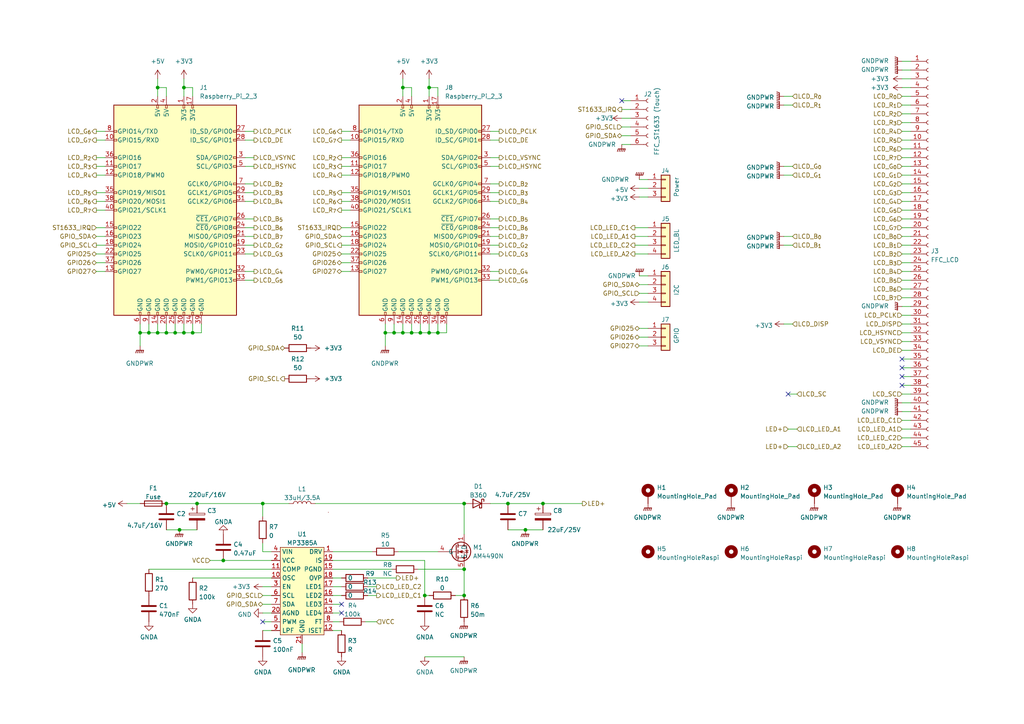
<source format=kicad_sch>
(kicad_sch (version 20211123) (generator eeschema)
  (paper "A4")
  (title_block (title "Helios-Display Adapter (RPi)") (date "2022-05-31") (rev "5") (company "morlac.de"))
  (junction (at 114.3 96.52))
  (junction (at 45.72 25.4))
  (junction (at 57.15 146.05))
  (junction (at 134.62 172.72))
  (junction (at 55.88 96.52))
  (junction (at 124.46 25.4))
  (junction (at 134.62 146.05))
  (junction (at 123.19 172.72))
  (junction (at 52.07 153.67))
  (junction (at 152.4 153.67))
  (junction (at 76.2 146.05))
  (junction (at 64.77 162.56))
  (junction (at 43.18 96.52))
  (junction (at 124.46 96.52))
  (junction (at 53.34 25.4))
  (junction (at 116.84 96.52))
  (junction (at 119.38 96.52))
  (junction (at 111.76 96.52))
  (junction (at 50.8 96.52))
  (junction (at 45.72 96.52))
  (junction (at 157.48 146.05))
  (junction (at 48.26 146.05))
  (junction (at 121.92 96.52))
  (junction (at 116.84 25.4))
  (junction (at 53.34 96.52))
  (junction (at 147.32 146.05))
  (junction (at 40.64 96.52))
  (junction (at 127 96.52))
  (junction (at 48.26 96.52))
  (junction (at 134.62 165.1))
  (no_connect (at 261.62 111.76))
  (no_connect (at 261.62 104.14))
  (no_connect (at 261.62 106.68))
  (no_connect (at 261.62 109.22))
  (no_connect (at 228.6 114.3))
  (no_connect (at 99.06 175.26))
  (no_connect (at 99.06 177.8))
  (no_connect (at 180.34 29.21))
  (no_connect (at 76.2 180.34))
  (wire (pts (xy 228.6 124.46) (xy 231.14 124.46)))
  (wire (pts (xy 184.15 71.12) (xy 187.96 71.12)))
  (wire (pts (xy 71.12 66.04) (xy 73.66 66.04)))
  (wire (pts (xy 261.62 40.64) (xy 264.16 40.64)))
  (wire (pts (xy 134.62 165.1) (xy 134.62 172.72)))
  (wire (pts (xy 27.94 40.64) (xy 30.48 40.64)))
  (wire (pts (xy 227.33 68.58) (xy 229.87 68.58)))
  (wire (pts (xy 40.64 93.98) (xy 40.64 96.52)))
  (wire (pts (xy 261.62 71.12) (xy 264.16 71.12)))
  (wire (pts (xy 187.96 85.09) (xy 185.42 85.09)))
  (wire (pts (xy 180.34 29.21) (xy 182.88 29.21)))
  (wire (pts (xy 99.06 175.26) (xy 96.52 175.26)))
  (wire (pts (xy 27.94 71.12) (xy 30.48 71.12)))
  (wire (pts (xy 261.62 106.68) (xy 264.16 106.68)))
  (wire (pts (xy 43.18 93.98) (xy 43.18 96.52)))
  (wire (pts (xy 27.94 48.26) (xy 30.48 48.26)))
  (wire (pts (xy 227.33 50.8) (xy 229.87 50.8)))
  (wire (pts (xy 261.62 48.26) (xy 264.16 48.26)))
  (wire (pts (xy 261.62 68.58) (xy 264.16 68.58)))
  (wire (pts (xy 116.84 25.4) (xy 116.84 27.94)))
  (wire (pts (xy 187.96 97.79) (xy 185.42 97.79)))
  (wire (pts (xy 261.62 43.18) (xy 264.16 43.18)))
  (wire (pts (xy 261.62 101.6) (xy 264.16 101.6)))
  (wire (pts (xy 119.38 93.98) (xy 119.38 96.52)))
  (wire (pts (xy 264.16 119.38) (xy 261.62 119.38)))
  (wire (pts (xy 261.62 91.44) (xy 264.16 91.44)))
  (wire (pts (xy 116.84 96.52) (xy 119.38 96.52)))
  (wire (pts (xy 27.94 76.2) (xy 30.48 76.2)))
  (wire (pts (xy 53.34 22.86) (xy 53.34 25.4)))
  (wire (pts (xy 106.68 170.18) (xy 109.22 170.18)))
  (wire (pts (xy 45.72 96.52) (xy 48.26 96.52)))
  (wire (pts (xy 27.94 68.58) (xy 30.48 68.58)))
  (wire (pts (xy 27.94 55.88) (xy 30.48 55.88)))
  (wire (pts (xy 96.52 160.02) (xy 107.95 160.02)))
  (wire (pts (xy 99.06 60.96) (xy 101.6 60.96)))
  (wire (pts (xy 261.62 35.56) (xy 264.16 35.56)))
  (wire (pts (xy 71.12 78.74) (xy 73.66 78.74)))
  (wire (pts (xy 119.38 27.94) (xy 119.38 25.4)))
  (wire (pts (xy 142.24 38.1) (xy 144.78 38.1)))
  (wire (pts (xy 142.24 58.42) (xy 144.78 58.42)))
  (wire (pts (xy 71.12 55.88) (xy 73.66 55.88)))
  (wire (pts (xy 261.62 127) (xy 264.16 127)))
  (wire (pts (xy 71.12 48.26) (xy 73.66 48.26)))
  (wire (pts (xy 76.2 146.05) (xy 83.82 146.05)))
  (wire (pts (xy 142.24 48.26) (xy 144.78 48.26)))
  (wire (pts (xy 261.62 88.9) (xy 264.16 88.9)))
  (wire (pts (xy 57.15 146.05) (xy 76.2 146.05)))
  (wire (pts (xy 57.15 153.67) (xy 52.07 153.67)))
  (wire (pts (xy 116.84 22.86) (xy 116.84 25.4)))
  (wire (pts (xy 129.54 93.98) (xy 129.54 96.52)))
  (wire (pts (xy 142.24 81.28) (xy 144.78 81.28)))
  (wire (pts (xy 99.06 71.12) (xy 101.6 71.12)))
  (wire (pts (xy 261.62 93.98) (xy 264.16 93.98)))
  (wire (pts (xy 142.24 63.5) (xy 144.78 63.5)))
  (wire (pts (xy 50.8 93.98) (xy 50.8 96.52)))
  (wire (pts (xy 124.46 172.72) (xy 123.19 172.72)))
  (wire (pts (xy 99.06 76.2) (xy 101.6 76.2)))
  (wire (pts (xy 124.46 96.52) (xy 127 96.52)))
  (wire (pts (xy 142.24 68.58) (xy 144.78 68.58)))
  (wire (pts (xy 185.42 87.63) (xy 187.96 87.63)))
  (wire (pts (xy 185.42 100.33) (xy 187.96 100.33)))
  (wire (pts (xy 71.12 40.64) (xy 73.66 40.64)))
  (wire (pts (xy 261.62 58.42) (xy 264.16 58.42)))
  (wire (pts (xy 261.62 50.8) (xy 264.16 50.8)))
  (wire (pts (xy 40.64 96.52) (xy 43.18 96.52)))
  (wire (pts (xy 261.62 55.88) (xy 264.16 55.88)))
  (wire (pts (xy 152.4 153.67) (xy 147.32 153.67)))
  (wire (pts (xy 111.76 96.52) (xy 114.3 96.52)))
  (wire (pts (xy 48.26 25.4) (xy 45.72 25.4)))
  (wire (pts (xy 261.62 114.3) (xy 264.16 114.3)))
  (wire (pts (xy 43.18 165.1) (xy 78.74 165.1)))
  (wire (pts (xy 132.08 172.72) (xy 134.62 172.72)))
  (wire (pts (xy 48.26 96.52) (xy 50.8 96.52)))
  (wire (pts (xy 123.19 172.72) (xy 123.19 162.56)))
  (wire (pts (xy 27.94 58.42) (xy 30.48 58.42)))
  (wire (pts (xy 182.88 31.75) (xy 180.34 31.75)))
  (wire (pts (xy 101.6 73.66) (xy 99.06 73.66)))
  (wire (pts (xy 261.62 27.94) (xy 264.16 27.94)))
  (wire (pts (xy 127 25.4) (xy 127 27.94)))
  (wire (pts (xy 261.62 129.54) (xy 264.16 129.54)))
  (wire (pts (xy 55.88 96.52) (xy 58.42 96.52)))
  (wire (pts (xy 55.88 93.98) (xy 55.88 96.52)))
  (wire (pts (xy 124.46 25.4) (xy 127 25.4)))
  (wire (pts (xy 99.06 58.42) (xy 101.6 58.42)))
  (wire (pts (xy 261.62 17.78) (xy 264.16 17.78)))
  (wire (pts (xy 76.2 149.86) (xy 76.2 146.05)))
  (wire (pts (xy 27.94 78.74) (xy 30.48 78.74)))
  (wire (pts (xy 180.34 34.29) (xy 182.88 34.29)))
  (wire (pts (xy 180.34 39.37) (xy 182.88 39.37)))
  (wire (pts (xy 116.84 93.98) (xy 116.84 96.52)))
  (wire (pts (xy 124.46 93.98) (xy 124.46 96.52)))
  (wire (pts (xy 261.62 81.28) (xy 264.16 81.28)))
  (wire (pts (xy 142.24 55.88) (xy 144.78 55.88)))
  (wire (pts (xy 99.06 66.04) (xy 101.6 66.04)))
  (wire (pts (xy 142.24 40.64) (xy 144.78 40.64)))
  (wire (pts (xy 123.19 162.56) (xy 96.52 162.56)))
  (wire (pts (xy 127 96.52) (xy 129.54 96.52)))
  (wire (pts (xy 264.16 25.4) (xy 261.62 25.4)))
  (wire (pts (xy 99.06 177.8) (xy 96.52 177.8)))
  (wire (pts (xy 127 160.02) (xy 115.57 160.02)))
  (wire (pts (xy 71.12 58.42) (xy 73.66 58.42)))
  (wire (pts (xy 123.19 190.5) (xy 134.62 190.5)))
  (wire (pts (xy 227.33 93.98) (xy 229.87 93.98)))
  (wire (pts (xy 147.32 146.05) (xy 157.48 146.05)))
  (wire (pts (xy 261.62 104.14) (xy 264.16 104.14)))
  (wire (pts (xy 36.83 146.05) (xy 40.64 146.05)))
  (wire (pts (xy 114.3 96.52) (xy 116.84 96.52)))
  (wire (pts (xy 76.2 170.18) (xy 78.74 170.18)))
  (wire (pts (xy 76.2 172.72) (xy 78.74 172.72)))
  (wire (pts (xy 142.24 66.04) (xy 144.78 66.04)))
  (wire (pts (xy 99.06 68.58) (xy 101.6 68.58)))
  (wire (pts (xy 71.12 68.58) (xy 73.66 68.58)))
  (wire (pts (xy 231.14 129.54) (xy 228.6 129.54)))
  (wire (pts (xy 142.24 45.72) (xy 144.78 45.72)))
  (wire (pts (xy 261.62 83.82) (xy 264.16 83.82)))
  (wire (pts (xy 261.62 96.52) (xy 264.16 96.52)))
  (wire (pts (xy 45.72 25.4) (xy 45.72 27.94)))
  (wire (pts (xy 48.26 146.05) (xy 57.15 146.05)))
  (wire (pts (xy 52.07 153.67) (xy 48.26 153.67)))
  (wire (pts (xy 64.77 162.56) (xy 78.74 162.56)))
  (wire (pts (xy 48.26 93.98) (xy 48.26 96.52)))
  (wire (pts (xy 119.38 96.52) (xy 121.92 96.52)))
  (wire (pts (xy 121.92 93.98) (xy 121.92 96.52)))
  (wire (pts (xy 187.96 73.66) (xy 184.15 73.66)))
  (wire (pts (xy 43.18 96.52) (xy 45.72 96.52)))
  (wire (pts (xy 111.76 93.98) (xy 111.76 96.52)))
  (wire (pts (xy 27.94 50.8) (xy 30.48 50.8)))
  (wire (pts (xy 261.62 53.34) (xy 264.16 53.34)))
  (wire (pts (xy 227.33 30.48) (xy 229.87 30.48)))
  (wire (pts (xy 71.12 53.34) (xy 73.66 53.34)))
  (wire (pts (xy 99.06 48.26) (xy 101.6 48.26)))
  (wire (pts (xy 142.24 53.34) (xy 144.78 53.34)))
  (wire (pts (xy 106.68 167.64) (xy 114.935 167.64)))
  (wire (pts (xy 261.62 109.22) (xy 264.16 109.22)))
  (wire (pts (xy 71.12 73.66) (xy 73.66 73.66)))
  (wire (pts (xy 261.62 30.48) (xy 264.16 30.48)))
  (wire (pts (xy 76.2 175.26) (xy 78.74 175.26)))
  (wire (pts (xy 227.33 71.12) (xy 229.87 71.12)))
  (wire (pts (xy 261.62 38.1) (xy 264.16 38.1)))
  (wire (pts (xy 261.62 33.02) (xy 264.16 33.02)))
  (wire (pts (xy 261.62 22.86) (xy 264.16 22.86)))
  (wire (pts (xy 99.06 45.72) (xy 101.6 45.72)))
  (wire (pts (xy 142.24 73.66) (xy 144.78 73.66)))
  (wire (pts (xy 58.42 93.98) (xy 58.42 96.52)))
  (wire (pts (xy 99.06 172.72) (xy 96.52 172.72)))
  (wire (pts (xy 55.88 167.64) (xy 78.74 167.64)))
  (wire (pts (xy 76.2 180.34) (xy 78.74 180.34)))
  (wire (pts (xy 142.24 71.12) (xy 144.78 71.12)))
  (wire (pts (xy 76.2 160.02) (xy 78.74 160.02)))
  (wire (pts (xy 264.16 20.32) (xy 261.62 20.32)))
  (wire (pts (xy 182.88 41.91) (xy 180.34 41.91)))
  (wire (pts (xy 87.63 189.23) (xy 87.63 186.69)))
  (wire (pts (xy 142.24 146.05) (xy 147.32 146.05)))
  (wire (pts (xy 227.33 27.94) (xy 229.87 27.94)))
  (wire (pts (xy 261.62 76.2) (xy 264.16 76.2)))
  (wire (pts (xy 53.34 25.4) (xy 55.88 25.4)))
  (wire (pts (xy 261.62 60.96) (xy 264.16 60.96)))
  (wire (pts (xy 71.12 45.72) (xy 73.66 45.72)))
  (wire (pts (xy 53.34 27.94) (xy 53.34 25.4)))
  (wire (pts (xy 261.62 99.06) (xy 264.16 99.06)))
  (wire (pts (xy 45.72 22.86) (xy 45.72 25.4)))
  (wire (pts (xy 157.48 146.05) (xy 168.91 146.05)))
  (wire (pts (xy 185.42 82.55) (xy 187.96 82.55)))
  (wire (pts (xy 76.2 182.88) (xy 78.74 182.88)))
  (wire (pts (xy 228.6 114.3) (xy 231.14 114.3)))
  (wire (pts (xy 121.285 165.1) (xy 134.62 165.1)))
  (wire (pts (xy 261.62 121.92) (xy 264.16 121.92)))
  (wire (pts (xy 60.96 162.56) (xy 64.77 162.56)))
  (wire (pts (xy 106.68 172.72) (xy 109.22 172.72)))
  (wire (pts (xy 27.94 60.96) (xy 30.48 60.96)))
  (wire (pts (xy 185.42 54.61) (xy 187.96 54.61)))
  (wire (pts (xy 76.2 177.8) (xy 78.74 177.8)))
  (wire (pts (xy 113.665 165.1) (xy 96.52 165.1)))
  (wire (pts (xy 157.48 153.67) (xy 152.4 153.67)))
  (wire (pts (xy 134.62 154.94) (xy 134.62 146.05)))
  (wire (pts (xy 261.62 116.84) (xy 264.16 116.84)))
  (wire (pts (xy 261.62 78.74) (xy 264.16 78.74)))
  (wire (pts (xy 187.96 68.58) (xy 184.15 68.58)))
  (wire (pts (xy 96.52 170.18) (xy 99.06 170.18)))
  (wire (pts (xy 96.52 182.88) (xy 99.06 182.88)))
  (wire (pts (xy 134.62 146.05) (xy 91.44 146.05)))
  (wire (pts (xy 76.2 157.48) (xy 76.2 160.02)))
  (wire (pts (xy 187.96 80.01) (xy 185.42 80.01)))
  (wire (pts (xy 109.22 180.34) (xy 106.045 180.34)))
  (wire (pts (xy 111.76 96.52) (xy 111.76 100.33)))
  (wire (pts (xy 27.94 38.1) (xy 30.48 38.1)))
  (wire (pts (xy 99.06 55.88) (xy 101.6 55.88)))
  (wire (pts (xy 184.15 66.04) (xy 187.96 66.04)))
  (wire (pts (xy 261.62 124.46) (xy 264.16 124.46)))
  (wire (pts (xy 261.62 111.76) (xy 264.16 111.76)))
  (wire (pts (xy 30.48 73.66) (xy 27.94 73.66)))
  (wire (pts (xy 124.46 27.94) (xy 124.46 25.4)))
  (wire (pts (xy 187.96 52.07) (xy 185.42 52.07)))
  (wire (pts (xy 227.33 48.26) (xy 229.87 48.26)))
  (wire (pts (xy 119.38 25.4) (xy 116.84 25.4)))
  (wire (pts (xy 261.62 45.72) (xy 264.16 45.72)))
  (wire (pts (xy 45.72 93.98) (xy 45.72 96.52)))
  (wire (pts (xy 50.8 96.52) (xy 53.34 96.52)))
  (wire (pts (xy 182.88 36.83) (xy 180.34 36.83)))
  (wire (pts (xy 55.88 25.4) (xy 55.88 27.94)))
  (wire (pts (xy 71.12 81.28) (xy 73.66 81.28)))
  (wire (pts (xy 99.06 78.74) (xy 101.6 78.74)))
  (wire (pts (xy 261.62 73.66) (xy 264.16 73.66)))
  (wire (pts (xy 99.06 40.64) (xy 101.6 40.64)))
  (wire (pts (xy 127 93.98) (xy 127 96.52)))
  (wire (pts (xy 53.34 96.52) (xy 55.88 96.52)))
  (wire (pts (xy 96.52 167.64) (xy 99.06 167.64)))
  (wire (pts (xy 27.94 45.72) (xy 30.48 45.72)))
  (wire (pts (xy 27.94 66.04) (xy 30.48 66.04)))
  (wire (pts (xy 48.26 27.94) (xy 48.26 25.4)))
  (wire (pts (xy 71.12 63.5) (xy 73.66 63.5)))
  (wire (pts (xy 185.42 57.15) (xy 187.96 57.15)))
  (wire (pts (xy 261.62 66.04) (xy 264.16 66.04)))
  (wire (pts (xy 261.62 86.36) (xy 264.16 86.36)))
  (wire (pts (xy 124.46 22.86) (xy 124.46 25.4)))
  (wire (pts (xy 71.12 38.1) (xy 73.66 38.1)))
  (wire (pts (xy 98.425 180.34) (xy 96.52 180.34)))
  (wire (pts (xy 261.62 63.5) (xy 264.16 63.5)))
  (wire (pts (xy 185.42 95.25) (xy 187.96 95.25)))
  (wire (pts (xy 71.12 71.12) (xy 73.66 71.12)))
  (wire (pts (xy 99.06 50.8) (xy 101.6 50.8)))
  (wire (pts (xy 99.06 38.1) (xy 101.6 38.1)))
  (wire (pts (xy 53.34 93.98) (xy 53.34 96.52)))
  (wire (pts (xy 114.3 93.98) (xy 114.3 96.52)))
  (wire (pts (xy 142.24 78.74) (xy 144.78 78.74)))
  (wire (pts (xy 121.92 96.52) (xy 124.46 96.52)))
  (wire (pts (xy 40.64 96.52) (xy 40.64 100.33)))
  (hierarchical_label "LCD_B_{7}" (shape output) (at 144.78 68.58 0))
  (hierarchical_label "LCD_SC" (shape input) (at 231.14 114.3 0))
  (hierarchical_label "LCD_B_{5}" (shape output) (at 144.78 63.5 0))
  (hierarchical_label "LCD_R_{3}" (shape output) (at 27.94 48.26 180))
  (hierarchical_label "GPIO25" (shape bidirectional) (at 185.42 95.25 180))
  (hierarchical_label "ST1633_IRQ" (shape input) (at 27.94 66.04 180))
  (hierarchical_label "LCD_PCLK" (shape output) (at 73.66 38.1 0))
  (hierarchical_label "LCD_B_{5}" (shape output) (at 73.66 63.5 0))
  (hierarchical_label "LCD_LED_C1" (shape output) (at 184.15 66.04 180))
  (hierarchical_label "LED+" (shape output) (at 114.935 167.64 0))
  (hierarchical_label "LCD_B_{2}" (shape output) (at 144.78 53.34 0))
  (hierarchical_label "LCD_R_{3}" (shape input) (at 261.62 35.56 180))
  (hierarchical_label "LCD_B_{4}" (shape output) (at 144.78 58.42 0))
  (hierarchical_label "LCD_G_{2}" (shape input) (at 261.62 53.34 180))
  (hierarchical_label "LCD_B_{0}" (shape input) (at 261.62 68.58 180))
  (hierarchical_label "GPIO_SCL" (shape output) (at 82.55 109.855 180))
  (hierarchical_label "LCD_G_{5}" (shape output) (at 73.66 81.28 0))
  (hierarchical_label "LCD_R_{3}" (shape output) (at 99.06 48.26 180))
  (hierarchical_label "LCD_DE" (shape output) (at 73.66 40.64 0))
  (hierarchical_label "GPIO_SCL" (shape input) (at 76.2 172.72 180))
  (hierarchical_label "LCD_G_{7}" (shape input) (at 261.62 66.04 180))
  (hierarchical_label "LCD_G_{3}" (shape output) (at 144.78 73.66 0))
  (hierarchical_label "LCD_LED_C2" (shape output) (at 184.15 71.12 180))
  (hierarchical_label "LCD_DISP" (shape input) (at 229.87 93.98 0))
  (hierarchical_label "LCD_HSYNC" (shape output) (at 73.66 48.26 0))
  (hierarchical_label "LCD_B_{0}" (shape input) (at 229.87 68.58 0))
  (hierarchical_label "GPIO_SCL" (shape output) (at 99.06 71.12 180))
  (hierarchical_label "LCD_LED_A1" (shape output) (at 184.15 68.58 180))
  (hierarchical_label "LCD_G_{7}" (shape output) (at 99.06 40.64 180))
  (hierarchical_label "GPIO25" (shape bidirectional) (at 27.94 73.66 180))
  (hierarchical_label "LCD_SC" (shape input) (at 261.62 114.3 180))
  (hierarchical_label "LCD_G_{3}" (shape output) (at 73.66 73.66 0))
  (hierarchical_label "LCD_B_{2}" (shape input) (at 261.62 73.66 180))
  (hierarchical_label "LCD_R_{6}" (shape output) (at 27.94 58.42 180))
  (hierarchical_label "LCD_B_{6}" (shape output) (at 73.66 66.04 0))
  (hierarchical_label "VCC" (shape input) (at 60.96 162.56 180))
  (hierarchical_label "LCD_B_{3}" (shape output) (at 73.66 55.88 0))
  (hierarchical_label "LCD_R_{0}" (shape input) (at 261.62 27.94 180))
  (hierarchical_label "LED+" (shape output) (at 168.91 146.05 0))
  (hierarchical_label "LCD_LED_A2" (shape output) (at 184.15 73.66 180))
  (hierarchical_label "LCD_G_{5}" (shape output) (at 144.78 81.28 0))
  (hierarchical_label "LCD_LED_C1" (shape input) (at 261.62 121.92 180))
  (hierarchical_label "LCD_B_{2}" (shape output) (at 73.66 53.34 0))
  (hierarchical_label "LCD_B_{6}" (shape input) (at 261.62 83.82 180))
  (hierarchical_label "LCD_G_{0}" (shape input) (at 229.87 48.26 0))
  (hierarchical_label "LCD_B_{4}" (shape output) (at 73.66 58.42 0))
  (hierarchical_label "LCD_VSYNC" (shape output) (at 73.66 45.72 0))
  (hierarchical_label "LCD_LED_C1" (shape output) (at 109.22 172.72 0))
  (hierarchical_label "LCD_R_{6}" (shape input) (at 261.62 43.18 180))
  (hierarchical_label "LCD_DE" (shape output) (at 144.78 40.64 0))
  (hierarchical_label "LCD_G_{2}" (shape output) (at 73.66 71.12 0))
  (hierarchical_label "LCD_G_{1}" (shape input) (at 261.62 50.8 180))
  (hierarchical_label "LCD_PCLK" (shape output) (at 144.78 38.1 0))
  (hierarchical_label "LCD_B_{7}" (shape output) (at 73.66 68.58 0))
  (hierarchical_label "GPIO26" (shape bidirectional) (at 27.94 76.2 180))
  (hierarchical_label "LCD_G_{6}" (shape output) (at 99.06 38.1 180))
  (hierarchical_label "LCD_G_{3}" (shape input) (at 261.62 55.88 180))
  (hierarchical_label "LCD_DE" (shape input) (at 261.62 101.6 180))
  (hierarchical_label "LCD_VSYNC" (shape output) (at 144.78 45.72 0))
  (hierarchical_label "LCD_R_{5}" (shape input) (at 261.62 40.64 180))
  (hierarchical_label "LCD_R_{1}" (shape input) (at 261.62 30.48 180))
  (hierarchical_label "LCD_B_{5}" (shape input) (at 261.62 81.28 180))
  (hierarchical_label "LCD_VSYNC" (shape input) (at 261.62 99.06 180))
  (hierarchical_label "LCD_B_{1}" (shape input) (at 229.87 71.12 0))
  (hierarchical_label "LCD_R_{4}" (shape output) (at 99.06 50.8 180))
  (hierarchical_label "LCD_R_{4}" (shape input) (at 261.62 38.1 180))
  (hierarchical_label "GPIO25" (shape bidirectional) (at 99.06 73.66 180))
  (hierarchical_label "LCD_HSYNC" (shape input) (at 261.62 96.52 180))
  (hierarchical_label "LCD_LED_C2" (shape input) (at 261.62 127 180))
  (hierarchical_label "LCD_R_{7}" (shape output) (at 99.06 60.96 180))
  (hierarchical_label "LCD_G_{4}" (shape input) (at 261.62 58.42 180))
  (hierarchical_label "LCD_R_{4}" (shape output) (at 27.94 50.8 180))
  (hierarchical_label "LCD_R_{7}" (shape output) (at 27.94 60.96 180))
  (hierarchical_label "LCD_R_{2}" (shape output) (at 27.94 45.72 180))
  (hierarchical_label "LCD_G_{1}" (shape input) (at 229.87 50.8 0))
  (hierarchical_label "LCD_LED_C2" (shape output) (at 109.22 170.18 0))
  (hierarchical_label "LCD_G_{4}" (shape output) (at 73.66 78.74 0))
  (hierarchical_label "LCD_G_{7}" (shape output) (at 27.94 40.64 180))
  (hierarchical_label "LCD_R_{2}" (shape input) (at 261.62 33.02 180))
  (hierarchical_label "LCD_G_{4}" (shape output) (at 144.78 78.74 0))
  (hierarchical_label "GPIO27" (shape bidirectional) (at 99.06 78.74 180))
  (hierarchical_label "GPIO_SDA" (shape bidirectional) (at 99.06 68.58 180))
  (hierarchical_label "LCD_DISP" (shape input) (at 261.62 93.98 180))
  (hierarchical_label "LCD_LED_A2" (shape input) (at 261.62 129.54 180))
  (hierarchical_label "LCD_LED_A1" (shape input) (at 261.62 124.46 180))
  (hierarchical_label "LCD_R_{5}" (shape output) (at 99.06 55.88 180))
  (hierarchical_label "LED+" (shape input) (at 228.6 124.46 180))
  (hierarchical_label "LCD_R_{5}" (shape output) (at 27.94 55.88 180))
  (hierarchical_label "GPIO27" (shape bidirectional) (at 185.42 100.33 180))
  (hierarchical_label "LCD_R_{0}" (shape input) (at 229.87 27.94 0))
  (hierarchical_label "LCD_G_{0}" (shape input) (at 261.62 48.26 180))
  (hierarchical_label "LCD_R_{6}" (shape output) (at 99.06 58.42 180))
  (hierarchical_label "GPIO_SDA" (shape bidirectional) (at 27.94 68.58 180))
  (hierarchical_label "GPIO_SDA" (shape bidirectional) (at 185.42 82.55 180))
  (hierarchical_label "LCD_B_{1}" (shape input) (at 261.62 71.12 180))
  (hierarchical_label "GPIO26" (shape bidirectional) (at 185.42 97.79 180))
  (hierarchical_label "LCD_R_{7}" (shape input) (at 261.62 45.72 180))
  (hierarchical_label "LED+" (shape input) (at 228.6 129.54 180))
  (hierarchical_label "GPIO_SDA" (shape bidirectional) (at 82.55 100.965 180))
  (hierarchical_label "ST1633_IRQ" (shape input) (at 99.06 66.04 180))
  (hierarchical_label "GPIO27" (shape bidirectional) (at 27.94 78.74 180))
  (hierarchical_label "LCD_G_{5}" (shape input) (at 261.62 60.96 180))
  (hierarchical_label "GPIO_SDA" (shape bidirectional) (at 180.34 39.37 180))
  (hierarchical_label "LCD_B_{3}" (shape output) (at 144.78 55.88 0))
  (hierarchical_label "ST1633_IRQ" (shape output) (at 180.34 31.75 180))
  (hierarchical_label "LCD_B_{4}" (shape input) (at 261.62 78.74 180))
  (hierarchical_label "LCD_G_{2}" (shape output) (at 144.78 71.12 0))
  (hierarchical_label "LCD_G_{6}" (shape output) (at 27.94 38.1 180))
  (hierarchical_label "GPIO_SCL" (shape input) (at 185.42 85.09 180))
  (hierarchical_label "LCD_B_{7}" (shape input) (at 261.62 86.36 180))
  (hierarchical_label "GPIO26" (shape bidirectional) (at 99.06 76.2 180))
  (hierarchical_label "GPIO_SCL" (shape input) (at 180.34 36.83 180))
  (hierarchical_label "VCC" (shape input) (at 109.22 180.34 0))
  (hierarchical_label "GPIO_SCL" (shape output) (at 27.94 71.12 180))
  (hierarchical_label "LCD_B_{6}" (shape output) (at 144.78 66.04 0))
  (hierarchical_label "LCD_HSYNC" (shape output) (at 144.78 48.26 0))
  (hierarchical_label "LCD_LED_A2" (shape input) (at 231.14 129.54 0))
  (hierarchical_label "LCD_G_{6}" (shape input) (at 261.62 63.5 180))
  (hierarchical_label "LCD_LED_A1" (shape input) (at 231.14 124.46 0))
  (hierarchical_label "LCD_R_{2}" (shape output) (at 99.06 45.72 180))
  (hierarchical_label "LCD_PCLK" (shape input) (at 261.62 91.44 180))
  (hierarchical_label "LCD_R_{1}" (shape input) (at 229.87 30.48 0))
  (hierarchical_label "GPIO_SDA" (shape bidirectional) (at 76.2 175.26 180))
  (hierarchical_label "LCD_B_{3}" (shape input) (at 261.62 76.2 180))
  (symbol (lib_id "Connector:Conn_01x45_Female") (at 269.24 66.04 0) (unit 1)
    (property "Reference" "J3" (at 269.9512 72.8253 0) (effects (justify left)))
    (property "Value" "FFC_LCD" (at 269.9512 75.3622 0) (effects (justify left)))
    (property "Footprint" "Connector_FFC-FPC:Hirose_FH12-45S-0.5SH_1x45-1MP_P0.50mm_Horizontal" (effects hide))
  )
  (symbol (lib_id "Mechanical:MountingHole") (at 212.09 160.02 0) (unit 1)
    (property "Reference" "H6" (at 214.63 159.1853 0) (effects (justify left)))
    (property "Value" "MountingHoleRaspi" (at 214.63 161.7222 0) (effects (justify left)))
    (property "Footprint" "MountingHole:MountingHole_2.5mm" (effects hide))
  )
  (symbol (lib_id "Device:C_Polarized") (at 157.48 149.86 0) (unit 1)
    (property "Reference" "C8" (at 160.401 148.1363 0) (effects (justify left)))
    (property "Value" "22uF/25V" (at 158.75 153.67 0) (effects (justify left)))
    (property "Footprint" "Capacitor_SMD:CP_Elec_6.3x3" (effects hide))
  )
  (symbol (lib_id "power:GNDA") (at 55.88 175.26 0) (unit 1)
    (property "Reference" "#PWR0137" (effects hide))
    (property "Value" "GNDA" (at 55.88 179.7034 0))
  )
  (symbol (lib_id "power:GNDA") (at 43.18 180.34 0) (unit 1)
    (property "Reference" "#PWR0136" (effects hide))
    (property "Value" "GNDA" (at 43.18 184.7834 0))
  )
  (symbol (lib_id "Device:R") (at 102.87 172.72 90) (unit 1)
    (property "Reference" "R14" (at 107.315 171.45 90))
    (property "Value" "0" (at 101.6 172.72 90))
    (property "Footprint" "Resistor_SMD:R_0603_1608Metric_Pad0.98x0.95mm_HandSolder" (effects hide))
  )
  (symbol (lib_id "power:GNDPWR") (at 261.62 119.38 270) (unit 1)
    (property "Reference" "#PWR0112" (effects hide))
    (property "Value" "GNDPWR" (at 257.81 119.2529 90) (effects (justify right)))
  )
  (symbol (lib_id "Device:C") (at 64.77 158.75 0) (unit 1)
    (property "Reference" "C4" (at 67.691 157.9153 0) (effects (justify left)))
    (property "Value" "0.47uF" (at 67.691 160.4522 0) (effects (justify left)))
    (property "Footprint" "Capacitor_SMD:C_0805_2012Metric_Pad1.18x1.45mm_HandSolder" (effects hide))
  )
  (symbol (lib_id "power:+3V3") (at 227.33 93.98 90) (unit 1)
    (property "Reference" "#PWR0113" (effects hide))
    (property "Value" "+3V3" (at 224.155 94.4138 90) (effects (justify left)))
  )
  (symbol (lib_id "Mechanical:MountingHole") (at 260.35 160.02 0) (unit 1)
    (property "Reference" "H8" (at 262.89 159.1853 0) (effects (justify left)))
    (property "Value" "MountingHoleRaspi" (at 262.89 161.7222 0) (effects (justify left)))
    (property "Footprint" "MountingHole:MountingHole_2.5mm" (effects hide))
  )
  (symbol (lib_id "Device:R") (at 102.87 167.64 90) (unit 1)
    (property "Reference" "R9" (at 107.315 166.37 90))
    (property "Value" "0" (at 101.6 167.64 90))
    (property "Footprint" "Resistor_SMD:R_0603_1608Metric_Pad0.98x0.95mm_HandSolder" (effects hide))
  )
  (symbol (lib_id "power:GNDPWR") (at 180.34 41.91 0) (unit 1)
    (property "Reference" "#PWR0103" (effects hide))
    (property "Value" "GNDPWR" (at 174.625 41.91 0))
  )
  (symbol (lib_id "power:GNDPWR") (at 261.62 116.84 270) (unit 1)
    (property "Reference" "#PWR0108" (effects hide))
    (property "Value" "GNDPWR" (at 257.81 116.7129 90) (effects (justify right)))
  )
  (symbol (lib_id "power:GNDPWR") (at 227.33 71.12 270) (unit 1)
    (property "Reference" "#PWR0123" (effects hide))
    (property "Value" "GNDPWR" (at 224.5615 71.4268 90) (effects (justify right)))
  )
  (symbol (lib_id "Device:R") (at 102.235 180.34 270) (unit 1)
    (property "Reference" "R4" (at 102.235 175.6242 90))
    (property "Value" "100k" (at 102.235 178.1611 90))
    (property "Footprint" "Resistor_SMD:R_0603_1608Metric_Pad0.98x0.95mm_HandSolder" (effects hide))
  )
  (symbol (lib_id "power:GNDPWR") (at 52.07 153.67 0) (unit 1)
    (property "Reference" "#PWR0139" (effects hide))
    (property "Value" "GNDPWR" (at 51.943 157.707 0))
  )
  (symbol (lib_id "power:GNDPWR") (at 134.62 180.34 0) (unit 1)
    (property "Reference" "#PWR0131" (effects hide))
    (property "Value" "GNDPWR" (at 134.493 184.377 0))
  )
  (symbol (lib_id "power:GNDPWR") (at 185.42 52.07 180) (unit 1)
    (property "Reference" "#PWR0114" (effects hide))
    (property "Value" "GNDPWR" (at 178.435 52.07 0))
  )
  (symbol (lib_id "power:+3V3") (at 185.42 57.15 90) (unit 1)
    (property "Reference" "#PWR0128" (effects hide))
    (property "Value" "+3V3" (at 182.245 57.5838 90) (effects (justify left)))
  )
  (symbol (lib_id "power:GNDPWR") (at 87.63 189.23 0) (unit 1)
    (property "Reference" "#PWR0129" (effects hide))
    (property "Value" "GNDPWR" (at 87.503 194.31 0))
  )
  (symbol (lib_id "Device:L") (at 87.63 146.05 90) (unit 1)
    (property "Reference" "L1" (at 87.63 141.8422 90))
    (property "Value" "33uH{slash}3.5A" (at 87.63 144.3791 90))
    (property "Footprint" "Inductor_SMD:L_12x12mm_H8mm" (effects hide))
    (property "Datasheet" "https://www.we-online.com/katalog/datasheet/744770133.pdf" (effects hide))
  )
  (symbol (lib_id "power:GNDPWR") (at 227.33 48.26 270) (unit 1)
    (property "Reference" "#PWR0124" (effects hide))
    (property "Value" "GNDPWR" (at 224.5615 48.5668 90) (effects (justify right)))
  )
  (symbol (lib_id "power:+3V3") (at 180.34 34.29 90) (unit 1)
    (property "Reference" "#PWR0102" (effects hide))
    (property "Value" "+3V3" (at 175.26 34.29 90))
  )
  (symbol (lib_id "power:GNDA") (at 123.19 190.5 0) (unit 1)
    (property "Reference" "#PWR0144" (effects hide))
    (property "Value" "GNDA" (at 123.19 194.9434 0))
  )
  (symbol (lib_id "Connector_Generic:Conn_01x03") (at 193.04 54.61 0) (unit 1)
    (property "Reference" "J4" (at 191.77 49.53 0) (effects (justify left)))
    (property "Value" "Power" (at 196.215 57.15 90) (effects (justify left)))
    (property "Footprint" "Connector_PinHeader_2.54mm:PinHeader_1x03_P2.54mm_Vertical" (effects hide))
  )
  (symbol (lib_id "power:GNDPWR") (at 236.22 146.05 0) (unit 1)
    (property "Reference" "#PWR0119" (effects hide))
    (property "Value" "GNDPWR" (at 236.093 150.087 0))
  )
  (symbol (lib_id "Device:R") (at 128.27 172.72 90) (unit 1)
    (property "Reference" "R10" (at 128.27 168.0042 90))
    (property "Value" "0" (at 128.27 170.5411 90))
    (property "Footprint" "Resistor_SMD:R_0603_1608Metric_Pad0.98x0.95mm_HandSolder" (effects hide))
  )
  (symbol (lib_id "power:GNDPWR") (at 261.62 88.9 270) (unit 1)
    (property "Reference" "#PWR0109" (effects hide))
    (property "Value" "GNDPWR" (at 257.81 88.7729 90) (effects (justify right)))
  )
  (symbol (lib_id "power:GNDPWR") (at 227.33 68.58 270) (unit 1)
    (property "Reference" "#PWR0122" (effects hide))
    (property "Value" "GNDPWR" (at 224.5615 68.8868 90) (effects (justify right)))
  )
  (symbol (lib_id "Helios-Display:AM4490N") (at 133.35 160.02 0) (unit 1)
    (property "Reference" "M1" (at 137.16 158.75 0) (effects (justify left)))
    (property "Value" "AM4490N" (at 137.16 161.29 0) (effects (justify left)))
    (property "Footprint" "Package_SO:SOIC-8_3.9x4.9mm_P1.27mm" (effects hide))
    (property "Datasheet" "https://www.analogpowerinc.com/datasheet.php?data1=DS_AM4490N_1A_2" (effects hide))
  )
  (symbol (lib_id "Mechanical:MountingHole_Pad") (at 236.22 143.51 0) (unit 1)
    (property "Reference" "H3" (at 238.76 141.4053 0) (effects (justify left)))
    (property "Value" "MountingHole_Pad" (at 238.76 143.9422 0) (effects (justify left)))
    (property "Footprint" "MountingHole:MountingHole_3mm_Pad_Via" (effects hide))
  )
  (symbol (lib_id "power:GNDPWR") (at 134.62 190.5 0) (unit 1)
    (property "Reference" "#PWR0135" (effects hide))
    (property "Value" "GNDPWR" (at 134.493 194.537 0))
  )
  (symbol (lib_id "power:GNDA") (at 123.19 180.34 0) (unit 1)
    (property "Reference" "#PWR0142" (effects hide))
    (property "Value" "GNDA" (at 123.19 184.7834 0))
  )
  (symbol (lib_id "power:+5V") (at 36.83 146.05 90) (unit 1)
    (property "Reference" "#PWR01" (effects hide))
    (property "Value" "+5V" (at 33.6551 146.4838 90) (effects (justify left)))
  )
  (symbol (lib_id "power:+5V") (at 116.84 22.86 0) (unit 1)
    (property "Reference" "#PWR0134" (effects hide))
    (property "Value" "+5V" (at 116.84 17.78 0))
  )
  (symbol (lib_id "Device:R") (at 86.36 109.855 90) (unit 1)
    (property "Reference" "R12" (at 86.36 104.14 90))
    (property "Value" "50" (at 86.36 106.68 90))
    (property "Footprint" "Resistor_SMD:R_0603_1608Metric_Pad0.98x0.95mm_HandSolder" (effects hide))
  )
  (symbol (lib_id "Device:R") (at 111.76 160.02 90) (unit 1)
    (property "Reference" "R5" (at 111.76 155.3042 90))
    (property "Value" "10" (at 111.76 157.8411 90))
    (property "Footprint" "Resistor_SMD:R_0603_1608Metric_Pad0.98x0.95mm_HandSolder" (effects hide))
  )
  (symbol (lib_id "power:GNDPWR") (at 152.4 153.67 0) (unit 1)
    (property "Reference" "#PWR0130" (effects hide))
    (property "Value" "GNDPWR" (at 152.273 157.707 0))
  )
  (symbol (lib_id "Device:R") (at 86.36 100.965 90) (unit 1)
    (property "Reference" "R11" (at 86.36 95.25 90))
    (property "Value" "50" (at 86.36 97.79 90))
    (property "Footprint" "Resistor_SMD:R_0603_1608Metric_Pad0.98x0.95mm_HandSolder" (effects hide))
  )
  (symbol (lib_id "power:+3V3") (at 76.2 170.18 90) (unit 1)
    (property "Reference" "#PWR02" (effects hide))
    (property "Value" "+3V3" (at 67.31 170.18 90) (effects (justify right)))
  )
  (symbol (lib_id "Connector_Generic:Conn_01x03") (at 193.04 97.79 0) (unit 1)
    (property "Reference" "J7" (at 191.77 92.71 0) (effects (justify left)))
    (property "Value" "GPIO" (at 196.215 99.695 90) (effects (justify left)))
    (property "Footprint" "Connector_PinHeader_2.54mm:PinHeader_1x03_P2.54mm_Vertical" (effects hide))
  )
  (symbol (lib_id "power:GNDPWR") (at 40.64 100.33 0) (unit 1)
    (property "Reference" "#PWR0101" (effects hide))
    (property "Value" "GNDPWR" (at 40.513 105.41 0))
  )
  (symbol (lib_id "Device:C") (at 48.26 149.86 0) (unit 1)
    (property "Reference" "C2" (at 51.181 149.0253 0) (effects (justify left)))
    (property "Value" "4.7uF/16V" (at 36.83 152.4 0) (effects (justify left)))
    (property "Footprint" "Capacitor_SMD:C_1210_3225Metric_Pad1.33x2.70mm_HandSolder" (effects hide))
  )
  (symbol (lib_id "Device:C_Polarized") (at 57.15 149.86 0) (unit 1)
    (property "Reference" "C3" (at 60.071 148.1363 0) (effects (justify left)))
    (property "Value" "220uF{slash}16V" (at 54.61 143.51 0) (effects (justify left)))
    (property "Footprint" "Capacitor_SMD:CP_Elec_6.3x3" (effects hide))
    (property "Datasheet" "UCM1C221MCL1GSUCM1C221MCL1GS" (effects hide))
  )
  (symbol (lib_id "Connector:Raspberry_Pi_2_3") (at 50.8 60.96 0) (unit 1)
    (property "Reference" "J1" (at 57.8994 25.4 0) (effects (justify left)))
    (property "Value" "Raspberry_Pi_2_3" (at 57.8994 27.94 0) (effects (justify left)))
    (property "Footprint" "Connector_PinHeader_2.54mm:PinHeader_2x20_P2.54mm_Vertical_SMD" (effects hide))
    (property "Datasheet" "https://www.raspberrypi.org/documentation/hardware/raspberrypi/schematics/rpi_SCH_3bplus_1p0_reduced.pdf" (effects hide))
  )
  (symbol (lib_id "Device:C") (at 76.2 186.69 0) (unit 1)
    (property "Reference" "C5" (at 79.121 185.8553 0) (effects (justify left)))
    (property "Value" "100nF" (at 79.121 188.3922 0) (effects (justify left)))
    (property "Footprint" "Capacitor_SMD:C_0603_1608Metric_Pad1.08x0.95mm_HandSolder" (effects hide))
  )
  (symbol (lib_id "Device:R") (at 55.88 171.45 180) (unit 1)
    (property "Reference" "R2" (at 57.658 170.6153 0) (effects (justify right)))
    (property "Value" "100k" (at 57.658 173.1522 0) (effects (justify right)))
    (property "Footprint" "Resistor_SMD:R_0603_1608Metric_Pad0.98x0.95mm_HandSolder" (effects hide))
  )
  (symbol (lib_id "Mechanical:MountingHole") (at 187.96 160.02 0) (unit 1)
    (property "Reference" "H5" (at 190.5 159.1853 0) (effects (justify left)))
    (property "Value" "MountingHoleRaspi" (at 190.5 161.7222 0) (effects (justify left)))
    (property "Footprint" "MountingHole:MountingHole_2.5mm" (effects hide))
  )
  (symbol (lib_id "power:+5V") (at 45.72 22.86 0) (unit 1)
    (property "Reference" "#PWR0104" (effects hide))
    (property "Value" "+5V" (at 45.72 17.78 0))
  )
  (symbol (lib_id "power:+3V3") (at 90.17 109.855 270) (unit 1)
    (property "Reference" "#PWR04" (effects hide))
    (property "Value" "+3V3" (at 93.98 109.8549 90) (effects (justify left)))
  )
  (symbol (lib_id "power:GNDPWR") (at 212.09 146.05 0) (unit 1)
    (property "Reference" "#PWR0120" (effects hide))
    (property "Value" "GNDPWR" (at 211.963 150.087 0))
  )
  (symbol (lib_id "power:GNDPWR") (at 261.62 17.78 270) (unit 1)
    (property "Reference" "#PWR0106" (effects hide))
    (property "Value" "GNDPWR" (at 257.81 17.6529 90) (effects (justify right)))
  )
  (symbol (lib_id "power:GNDPWR") (at 227.33 50.8 270) (unit 1)
    (property "Reference" "#PWR0125" (effects hide))
    (property "Value" "GNDPWR" (at 224.5615 51.1068 90) (effects (justify right)))
  )
  (symbol (lib_id "Mechanical:MountingHole") (at 236.22 160.02 0) (unit 1)
    (property "Reference" "H7" (at 238.76 159.1853 0) (effects (justify left)))
    (property "Value" "MountingHoleRaspi" (at 238.76 161.7222 0) (effects (justify left)))
    (property "Footprint" "MountingHole:MountingHole_2.5mm" (effects hide))
  )
  (symbol (lib_id "power:GNDPWR") (at 227.33 27.94 270) (unit 1)
    (property "Reference" "#PWR0126" (effects hide))
    (property "Value" "GNDPWR" (at 224.5615 28.2468 90) (effects (justify right)))
  )
  (symbol (lib_id "power:GNDA") (at 99.06 190.5 0) (unit 1)
    (property "Reference" "#PWR0141" (effects hide))
    (property "Value" "GNDA" (at 99.06 194.9434 0))
  )
  (symbol (lib_id "Device:C") (at 147.32 149.86 0) (unit 1)
    (property "Reference" "C7" (at 150.241 149.0253 0) (effects (justify left)))
    (property "Value" "4.7uF/25V" (at 143.51 143.51 0) (effects (justify left)))
    (property "Footprint" "Capacitor_SMD:C_1210_3225Metric_Pad1.33x2.70mm_HandSolder" (effects hide))
  )
  (symbol (lib_id "power:GNDPWR") (at 260.35 146.05 0) (unit 1)
    (property "Reference" "#PWR0118" (effects hide))
    (property "Value" "GNDPWR" (at 260.223 150.087 0))
  )
  (symbol (lib_id "Mechanical:MountingHole_Pad") (at 187.96 143.51 0) (unit 1)
    (property "Reference" "H1" (at 190.5 141.4053 0) (effects (justify left)))
    (property "Value" "MountingHole_Pad" (at 190.5 143.9422 0) (effects (justify left)))
    (property "Footprint" "MountingHole:MountingHole_3mm_Pad_Via" (effects hide))
  )
  (symbol (lib_id "Connector:Conn_01x06_Female") (at 187.96 34.29 0) (unit 1)
    (property "Reference" "J2" (at 186.69 27.305 0) (effects (justify left)))
    (property "Value" "FFC_ST1633 (Touch)" (at 190.5 45.085 90) (effects (justify left)))
    (property "Footprint" "Connector_FFC-FPC:Hirose_FH12-6S-0.5SH_1x06-1MP_P0.50mm_Horizontal" (effects hide))
  )
  (symbol (lib_id "power:GNDPWR") (at 261.62 20.32 270) (unit 1)
    (property "Reference" "#PWR0111" (effects hide))
    (property "Value" "GNDPWR" (at 257.81 20.1929 90) (effects (justify right)))
  )
  (symbol (lib_id "power:GNDPWR") (at 187.96 146.05 0) (unit 1)
    (property "Reference" "#PWR0121" (effects hide))
    (property "Value" "GNDPWR" (at 187.833 150.087 0))
  )
  (symbol (lib_id "power:+3V3") (at 53.34 22.86 0) (unit 1)
    (property "Reference" "#PWR0105" (effects hide))
    (property "Value" "+3V3" (at 53.34 17.78 0))
  )
  (symbol (lib_id "power:GNDPWR") (at 111.76 100.33 0) (unit 1)
    (property "Reference" "#PWR0132" (effects hide))
    (property "Value" "GNDPWR" (at 111.633 105.41 0))
  )
  (symbol (lib_id "power:GND") (at 76.2 177.8 270) (unit 1)
    (property "Reference" "#PWR0138" (effects hide))
    (property "Value" "GND" (at 73.0251 178.2338 90) (effects (justify right)))
  )
  (symbol (lib_id "Device:C") (at 43.18 176.53 0) (unit 1)
    (property "Reference" "C1" (at 46.101 175.6953 0) (effects (justify left)))
    (property "Value" "470nF" (at 46.101 178.2322 0) (effects (justify left)))
    (property "Footprint" "Capacitor_SMD:C_0603_1608Metric_Pad1.08x0.95mm_HandSolder" (effects hide))
  )
  (symbol (lib_id "Device:Fuse") (at 44.45 146.05 90) (unit 1)
    (property "Reference" "F1" (at 44.45 141.5882 90))
    (property "Value" "Fuse" (at 44.45 144.1251 90))
    (property "Footprint" "Fuse:Fuse_1206_3216Metric_Pad1.42x1.75mm_HandSolder" (effects hide))
  )
  (symbol (lib_id "power:+3V3") (at 90.17 100.965 270) (unit 1)
    (property "Reference" "#PWR03" (effects hide))
    (property "Value" "+3V3" (at 93.98 100.9649 90) (effects (justify left)))
  )
  (symbol (lib_id "Device:R") (at 99.06 186.69 0) (unit 1)
    (property "Reference" "R3" (at 100.838 185.8553 0) (effects (justify left)))
    (property "Value" "R" (at 100.838 188.3922 0) (effects (justify left)))
    (property "Footprint" "Resistor_SMD:R_0603_1608Metric_Pad0.98x0.95mm_HandSolder" (effects hide))
  )
  (symbol (lib_id "Device:R") (at 134.62 176.53 0) (unit 1)
    (property "Reference" "R6" (at 136.398 175.6953 0) (effects (justify left)))
    (property "Value" "50m" (at 136.398 178.2322 0) (effects (justify left)))
    (property "Footprint" "Resistor_SMD:R_1206_3216Metric_Pad1.30x1.75mm_HandSolder" (effects hide))
  )
  (symbol (lib_id "power:+3V3") (at 261.62 25.4 90) (unit 1)
    (property "Reference" "#PWR0110" (effects hide))
    (property "Value" "+3V3" (at 257.81 25.3999 90) (effects (justify left)))
  )
  (symbol (lib_id "Device:R") (at 102.87 170.18 90) (unit 1)
    (property "Reference" "R13" (at 107.315 168.91 90))
    (property "Value" "0" (at 101.6 170.18 90))
    (property "Footprint" "Resistor_SMD:R_0603_1608Metric_Pad0.98x0.95mm_HandSolder" (effects hide))
  )
  (symbol (lib_id "Connector_Generic:Conn_01x04") (at 193.04 82.55 0) (unit 1)
    (property "Reference" "J6" (at 191.77 77.47 0) (effects (justify left)))
    (property "Value" "I2C" (at 196.215 85.725 90) (effects (justify left)))
    (property "Footprint" "Connector_PinHeader_2.54mm:PinHeader_1x04_P2.54mm_Vertical" (effects hide))
  )
  (symbol (lib_id "Helios-Display:MP3385A") (at 87.63 167.64 0) (unit 1)
    (property "Reference" "U1" (at 87.63 154.9431 0))
    (property "Value" "MP3385A" (at 87.63 157.48 0))
    (property "Footprint" "Package_DFN_QFN:QFN-20-1EP_4x4mm_P0.5mm_EP2.5x2.5mm_ThermalVias" (effects hide))
    (property "Datasheet" "https://www.monolithicpower.com/en/documentview/productdocument/index/version/2/document_type/Datasheet/lang/en/sku/MP3385A/document_id/1610/" (effects hide))
  )
  (symbol (lib_id "power:GNDA") (at 76.2 190.5 0) (unit 1)
    (property "Reference" "#PWR0143" (effects hide))
    (property "Value" "GNDA" (at 76.2 194.9434 0))
  )
  (symbol (lib_id "power:GNDPWR") (at 185.42 80.01 180) (unit 1)
    (property "Reference" "#PWR0116" (effects hide))
    (property "Value" "GNDPWR" (at 180.34 80.01 0))
  )
  (symbol (lib_id "Diode:B360") (at 138.43 146.05 0) (mirror y) (unit 1)
    (property "Reference" "D1" (at 138.7475 141.0802 0))
    (property "Value" "B360" (at 138.7475 143.6171 0))
    (property "Footprint" "Diode_SMD:D_SMC" (effects hide))
    (property "Datasheet" "http://www.jameco.com/Jameco/Products/ProdDS/1538777.pdf" (effects hide))
  )
  (symbol (lib_id "Connector_Generic:Conn_01x04") (at 193.04 68.58 0) (unit 1) (on_board no)
    (property "Reference" "J5" (at 193.04 63.5 0))
    (property "Value" "LED_BL" (at 196.215 69.85 90))
    (property "Footprint" "Connector_PinHeader_2.54mm:PinHeader_1x04_P2.54mm_Vertical" (effects hide))
  )
  (symbol (lib_id "power:+3V3") (at 261.62 22.86 90) (unit 1)
    (property "Reference" "#PWR0107" (effects hide))
    (property "Value" "+3V3" (at 257.81 22.8599 90) (effects (justify left)))
  )
  (symbol (lib_id "power:+3V3") (at 185.42 87.63 90) (unit 1)
    (property "Reference" "#PWR0117" (effects hide))
    (property "Value" "+3V3" (at 182.245 88.0638 90) (effects (justify left)))
  )
  (symbol (lib_id "Device:C") (at 123.19 176.53 0) (unit 1)
    (property "Reference" "C6" (at 126.111 175.6953 0) (effects (justify left)))
    (property "Value" "NC" (at 126.111 178.2322 0) (effects (justify left)))
    (property "Footprint" "Capacitor_SMD:C_0603_1608Metric_Pad1.08x0.95mm_HandSolder" (effects hide))
  )
  (symbol (lib_id "power:GNDPWR") (at 227.33 30.48 270) (unit 1)
    (property "Reference" "#PWR0127" (effects hide))
    (property "Value" "GNDPWR" (at 224.5615 30.7868 90) (effects (justify right)))
  )
  (symbol (lib_id "Mechanical:MountingHole_Pad") (at 260.35 143.51 0) (unit 1)
    (property "Reference" "H4" (at 262.89 141.4053 0) (effects (justify left)))
    (property "Value" "MountingHole_Pad" (at 262.89 143.9422 0) (effects (justify left)))
    (property "Footprint" "MountingHole:MountingHole_3mm_Pad_Via" (effects hide))
  )
  (symbol (lib_id "power:GNDA") (at 64.77 154.94 180) (unit 1)
    (property "Reference" "#PWR0140" (effects hide))
    (property "Value" "GNDA" (at 64.77 151.3642 0))
  )
  (symbol (lib_id "Device:R") (at 117.475 165.1 90) (unit 1)
    (property "Reference" "R8" (at 112.395 163.83 90))
    (property "Value" "NC" (at 112.395 166.37 90))
    (property "Footprint" "Resistor_SMD:R_1206_3216Metric_Pad1.30x1.75mm_HandSolder" (effects hide))
  )
  (symbol (lib_id "power:+5V") (at 185.42 54.61 90) (unit 1)
    (property "Reference" "#PWR0115" (effects hide))
    (property "Value" "+5V" (at 182.2451 55.0438 90) (effects (justify left)))
  )
  (symbol (lib_id "power:+3V3") (at 124.46 22.86 0) (unit 1)
    (property "Reference" "#PWR0133" (effects hide))
    (property "Value" "+3V3" (at 124.46 17.78 0))
  )
  (symbol (lib_id "Mechanical:MountingHole_Pad") (at 212.09 143.51 0) (unit 1)
    (property "Reference" "H2" (at 214.63 141.4053 0) (effects (justify left)))
    (property "Value" "MountingHole_Pad" (at 214.63 143.9422 0) (effects (justify left)))
    (property "Footprint" "MountingHole:MountingHole_3mm_Pad_Via" (effects hide))
  )
  (symbol (lib_id "Device:R") (at 76.2 153.67 0) (unit 1)
    (property "Reference" "R7" (at 77.978 152.8353 0) (effects (justify left)))
    (property "Value" "0" (at 77.978 155.3722 0) (effects (justify left)))
    (property "Footprint" "Resistor_SMD:R_0603_1608Metric_Pad0.98x0.95mm_HandSolder" (effects hide))
  )
  (symbol (lib_id "Connector:Raspberry_Pi_2_3") (at 121.92 60.96 0) (unit 1)
    (property "Reference" "J8" (at 129.0194 25.4 0) (effects (justify left)))
    (property "Value" "Raspberry_Pi_2_3" (at 129.0194 27.94 0) (effects (justify left)))
    (property "Footprint" "Connector_PinHeader_2.54mm:PinHeader_2x20_P2.54mm_Vertical_SMD" (effects hide))
    (property "Datasheet" "https://www.raspberrypi.org/documentation/hardware/raspberrypi/schematics/rpi_SCH_3bplus_1p0_reduced.pdf" (effects hide))
  )
  (symbol (lib_id "Device:R") (at 43.18 168.91 0) (unit 1)
    (property "Reference" "R1" (at 44.958 168.0753 0) (effects (justify left)))
    (property "Value" "270" (at 44.958 170.6122 0) (effects (justify left)))
    (property "Footprint" "Resistor_SMD:R_0603_1608Metric_Pad0.98x0.95mm_HandSolder" (effects hide))
  )
)
</source>
